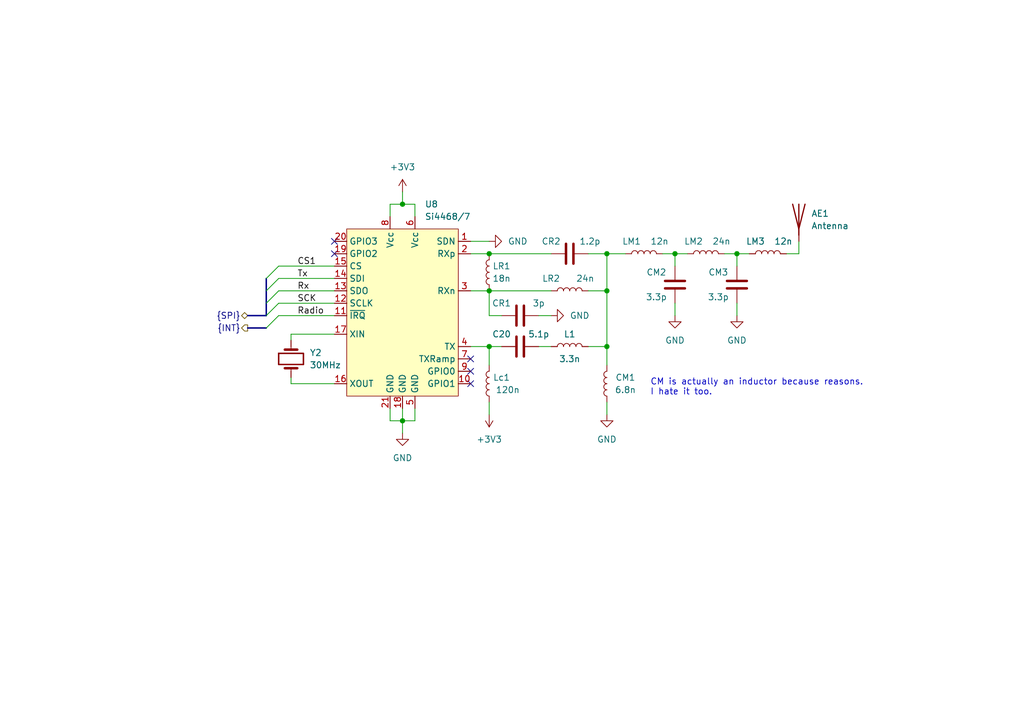
<source format=kicad_sch>
(kicad_sch (version 20211123) (generator eeschema)
  (paper "A5")
  (title_block (title "Pheonix Radio") (comment 1 "2022-10-26 WH"))
  (lib_symbols
    (symbol "Device:Antenna" (pin_numbers hide) (pin_names (offset 1.016) hide)
      (property "Reference" "AE" (at -1.905 1.905 0))
      (property "Value" "Antenna" (at -1.905 0 0))
      (symbol "Antenna_0_1"
        (polyline (pts (xy 0 2.54) (xy 0 -3.81)) (stroke (width 0.254)))
        (polyline (pts (xy 1.27 2.54) (xy 0 -2.54) (xy -1.27 2.54)) (stroke (width 0.254)))
      )
      (symbol "Antenna_1_1"
        (pin input line (at 0 -5.08 90) (length 2.54) (name "A") (number "1"))
      )
    )
    (symbol "Device:C" (pin_numbers hide) (pin_names (offset 0.254))
      (property "Reference" "C" (at 0.635 2.54 0))
      (property "Value" "C" (at 0.635 -2.54 0))
      (symbol "C_0_1"
        (polyline (pts (xy -2.032 -0.762) (xy 2.032 -0.762)) (stroke (width 0.508)))
        (polyline (pts (xy -2.032 0.762) (xy 2.032 0.762)) (stroke (width 0.508)))
      )
      (symbol "C_1_1"
        (pin passive line (at 0 3.81 270) (length 2.794) (name "~") (number "1"))
        (pin passive line (at 0 -3.81 90) (length 2.794) (name "~") (number "2"))
      )
    )
    (symbol "Device:Crystal" (pin_numbers hide) (pin_names (offset 1.016) hide)
      (property "Reference" "Y" (at 0 3.81 0))
      (property "Value" "Crystal" (at 0 -3.81 0))
      (symbol "Crystal_0_1"
        (rectangle (start -1.143 2.54) (end 1.143 -2.54) (stroke (width 0.3048)))
        (polyline (pts (xy -2.54 0) (xy -1.905 0)))
        (polyline (pts (xy -1.905 -1.27) (xy -1.905 1.27)) (stroke (width 0.508)))
        (polyline (pts (xy 1.905 -1.27) (xy 1.905 1.27)) (stroke (width 0.508)))
        (polyline (pts (xy 2.54 0) (xy 1.905 0)))
      )
      (symbol "Crystal_1_1"
        (pin passive line (at -3.81 0 0) (length 1.27) (name "1") (number "1"))
        (pin passive line (at 3.81 0 180) (length 1.27) (name "2") (number "2"))
      )
    )
    (symbol "Device:L" (pin_numbers hide) (pin_names (offset 1.016) hide)
      (property "Reference" "L" (at -1.27 0 90))
      (property "Value" "L" (at 1.905 0 90))
      (symbol "L_0_1"
        (arc (start 0 -2.54) (mid 0.635 -1.905) (end 0 -1.27))
        (arc (start 0 -1.27) (mid 0.635 -0.635) (end 0 0))
        (arc (start 0 0) (mid 0.635 0.635) (end 0 1.27))
        (arc (start 0 1.27) (mid 0.635 1.905) (end 0 2.54))
      )
      (symbol "L_1_1"
        (pin passive line (at 0 3.81 270) (length 1.27) (name "1") (number "1"))
        (pin passive line (at 0 -3.81 90) (length 1.27) (name "2") (number "2"))
      )
    )
    (symbol "YAR_Comms:Si4468{slash}7"
      (property "Reference" "U" (at 0 3.81 0))
      (property "Value" "Si4468{slash}7" (at 0 0 0))
      (symbol "Si4468{slash}7_0_1"
        (rectangle (start -11.43 11.43) (end 11.43 -22.86) (fill (type background)))
      )
      (symbol "Si4468{slash}7_1_1"
        (pin input line (at 13.97 8.89 180) (length 2.54) (name "SDN") (number "1"))
        (pin output line (at 13.97 -20.32 180) (length 2.54) (name "GPIO1") (number "10"))
        (pin output line (at -13.97 -6.35 0) (length 2.54) (name "~{IRQ}") (number "11"))
        (pin input line (at -13.97 -3.81 0) (length 2.54) (name "SCLK") (number "12"))
        (pin output line (at -13.97 -1.27 0) (length 2.54) (name "SDO") (number "13"))
        (pin input line (at -13.97 1.27 0) (length 2.54) (name "SDI") (number "14"))
        (pin input line (at -13.97 3.81 0) (length 2.54) (name "CS") (number "15"))
        (pin output line (at -13.97 -20.32 0) (length 2.54) (name "XOUT") (number "16"))
        (pin output line (at -13.97 -10.16 0) (length 2.54) (name "XIN") (number "17"))
        (pin output line (at 0 -25.4 90) (length 2.54) (name "GND") (number "18"))
        (pin output line (at -13.97 6.35 0) (length 2.54) (name "GPIO2") (number "19"))
        (pin input line (at 13.97 6.35 180) (length 2.54) (name "RXp") (number "2"))
        (pin output line (at -13.97 8.89 0) (length 2.54) (name "GPIO3") (number "20"))
        (pin output line (at -2.54 -25.4 90) (length 2.54) (name "GND") (number "21"))
        (pin input line (at 13.97 -1.27 180) (length 2.54) (name "RXn") (number "3"))
        (pin output line (at 13.97 -12.7 180) (length 2.54) (name "TX") (number "4"))
        (pin output line (at 2.54 -25.4 90) (length 2.54) (name "GND") (number "5"))
        (pin output line (at 2.54 13.97 270) (length 2.54) (name "Vcc") (number "6"))
        (pin output line (at 13.97 -15.24 180) (length 2.54) (name "TXRamp") (number "7"))
        (pin output line (at -2.54 13.97 270) (length 2.54) (name "Vcc") (number "8"))
        (pin output line (at 13.97 -17.78 180) (length 2.54) (name "GPIO0") (number "9"))
      )
    )
    (symbol "power:+3.3V" (power) (pin_names (offset 0))
      (property "Value" "+3.3V" (at 0 3.556 0))
      (symbol "+3.3V_0_1"
        (polyline (pts (xy -0.762 1.27) (xy 0 2.54)))
        (polyline (pts (xy 0 0) (xy 0 2.54)))
        (polyline (pts (xy 0 2.54) (xy 0.762 1.27)))
      )
      (symbol "+3.3V_1_1"
        (pin power_in line (at 0 0 90) (length 0) hide (name "+3V3") (number "1"))
      )
    )
    (symbol "power:GND" (power) (pin_names (offset 0))
      (property "Value" "GND" (at 0 -3.81 0))
      (symbol "GND_0_1"
        (polyline (pts (xy 0 0) (xy 0 -1.27) (xy 1.27 -1.27) (xy 0 -2.54) (xy -1.27 -1.27) (xy 0 -1.27)))
      )
      (symbol "GND_1_1"
        (pin power_in line (at 0 0 270) (length 0) hide (name "GND") (number "1"))
      )
    )
  )
  (junction (at 124.46 71.12))
  (junction (at 82.55 41.91))
  (junction (at 138.43 52.07))
  (junction (at 100.33 59.69))
  (junction (at 124.46 59.69))
  (junction (at 124.46 52.07))
  (junction (at 151.13 52.07))
  (junction (at 100.33 71.12))
  (junction (at 100.33 52.07))
  (junction (at 82.55 86.36))
  (no_connect (at 96.52 78.74))
  (no_connect (at 96.52 76.2))
  (no_connect (at 68.58 52.07))
  (no_connect (at 68.58 49.53))
  (no_connect (at 96.52 73.66))
  (bus_entry (at 54.61 64.77) (size 2.54 -2.54))
  (bus_entry (at 54.61 59.69) (size 2.54 -2.54))
  (bus_entry (at 54.61 57.15) (size 2.54 -2.54))
  (bus_entry (at 54.61 67.31) (size 2.54 -2.54))
  (bus_entry (at 54.61 62.23) (size 2.54 -2.54))
  (wire (pts (xy 57.15 54.61) (xy 68.58 54.61)))
  (wire (pts (xy 96.52 49.53) (xy 100.33 49.53)))
  (bus (pts (xy 54.61 59.69) (xy 54.61 62.23)))
  (wire (pts (xy 68.58 68.58) (xy 59.69 68.58)))
  (wire (pts (xy 120.65 71.12) (xy 124.46 71.12)))
  (wire (pts (xy 100.33 52.07) (xy 113.03 52.07)))
  (wire (pts (xy 85.09 41.91) (xy 85.09 44.45)))
  (wire (pts (xy 148.59 52.07) (xy 151.13 52.07)))
  (wire (pts (xy 80.01 41.91) (xy 82.55 41.91)))
  (wire (pts (xy 82.55 41.91) (xy 85.09 41.91)))
  (wire (pts (xy 59.69 77.47) (xy 59.69 78.74)))
  (wire (pts (xy 82.55 39.37) (xy 82.55 41.91)))
  (wire (pts (xy 124.46 71.12) (xy 124.46 74.93)))
  (wire (pts (xy 120.65 59.69) (xy 124.46 59.69)))
  (wire (pts (xy 138.43 52.07) (xy 140.97 52.07)))
  (wire (pts (xy 80.01 44.45) (xy 80.01 41.91)))
  (wire (pts (xy 100.33 59.69) (xy 100.33 64.77)))
  (wire (pts (xy 96.52 59.69) (xy 100.33 59.69)))
  (wire (pts (xy 100.33 71.12) (xy 102.87 71.12)))
  (bus (pts (xy 54.61 57.15) (xy 54.61 59.69)))
  (wire (pts (xy 138.43 62.23) (xy 138.43 64.77)))
  (wire (pts (xy 124.46 59.69) (xy 124.46 71.12)))
  (bus (pts (xy 54.61 62.23) (xy 54.61 64.77)))
  (wire (pts (xy 82.55 86.36) (xy 82.55 83.82)))
  (wire (pts (xy 80.01 83.82) (xy 80.01 86.36)))
  (wire (pts (xy 100.33 59.69) (xy 113.03 59.69)))
  (wire (pts (xy 120.65 52.07) (xy 124.46 52.07)))
  (wire (pts (xy 82.55 86.36) (xy 85.09 86.36)))
  (wire (pts (xy 163.83 52.07) (xy 163.83 49.53)))
  (wire (pts (xy 110.49 64.77) (xy 113.03 64.77)))
  (wire (pts (xy 59.69 68.58) (xy 59.69 69.85)))
  (wire (pts (xy 151.13 52.07) (xy 153.67 52.07)))
  (wire (pts (xy 161.29 52.07) (xy 163.83 52.07)))
  (wire (pts (xy 151.13 52.07) (xy 151.13 54.61)))
  (bus (pts (xy 50.8 64.77) (xy 54.61 64.77)))
  (wire (pts (xy 110.49 71.12) (xy 113.03 71.12)))
  (wire (pts (xy 100.33 74.93) (xy 100.33 71.12)))
  (wire (pts (xy 57.15 59.69) (xy 68.58 59.69)))
  (wire (pts (xy 124.46 52.07) (xy 124.46 59.69)))
  (wire (pts (xy 96.52 52.07) (xy 100.33 52.07)))
  (wire (pts (xy 151.13 62.23) (xy 151.13 64.77)))
  (wire (pts (xy 57.15 57.15) (xy 68.58 57.15)))
  (wire (pts (xy 100.33 82.55) (xy 100.33 85.09)))
  (wire (pts (xy 96.52 71.12) (xy 100.33 71.12)))
  (wire (pts (xy 57.15 64.77) (xy 68.58 64.77)))
  (wire (pts (xy 135.89 52.07) (xy 138.43 52.07)))
  (wire (pts (xy 59.69 78.74) (xy 68.58 78.74)))
  (wire (pts (xy 124.46 52.07) (xy 128.27 52.07)))
  (bus (pts (xy 50.8 67.31) (xy 54.61 67.31)))
  (wire (pts (xy 100.33 64.77) (xy 102.87 64.77)))
  (wire (pts (xy 57.15 62.23) (xy 68.58 62.23)))
  (wire (pts (xy 124.46 82.55) (xy 124.46 85.09)))
  (wire (pts (xy 138.43 52.07) (xy 138.43 54.61)))
  (wire (pts (xy 82.55 86.36) (xy 82.55 88.9)))
  (wire (pts (xy 80.01 86.36) (xy 82.55 86.36)))
  (wire (pts (xy 85.09 86.36) (xy 85.09 83.82)))
  (text "CM is actually an inductor because reasons.\nI hate it too." (at 133.35 81.28 0) (effects (font (size 1.27 1.27)) (justify left bottom)))
  (label "Radio" (at 60.96 64.77 0))
  (label "CS1" (at 60.96 54.61 0))
  (label "Rx" (at 60.96 59.69 0))
  (label "SCK" (at 60.96 62.23 0))
  (label "Tx" (at 60.96 57.15 0))
  (hierarchical_label "{SPI}" (shape bidirectional) (at 50.8 64.77 180))
  (hierarchical_label "{INT}" (shape output) (at 50.8 67.31 180))
  (symbol (lib_id "Device:Antenna") (at 163.83 44.45 0) (unit 1)
    (property "Reference" "AE1" (at 166.37 43.8149 0) (effects (justify left)))
    (property "Value" "Antenna" (at 166.37 46.3549 0) (effects (justify left)))
    (property "Footprint" "Connector_Coaxial:SMA_Molex_73251-2200_Horizontal" (effects hide))
  )
  (symbol (lib_id "Device:L") (at 144.78 52.07 270) (mirror x) (unit 1)
    (property "Reference" "LM2" (at 142.24 49.53 90))
    (property "Value" "24n" (at 149.86 49.53 90) (effects (justify right)))
  )
  (symbol (lib_id "Device:C") (at 106.68 64.77 90) (mirror x) (unit 1)
    (property "Reference" "CR1" (at 102.87 62.23 90))
    (property "Value" "3p" (at 110.49 62.23 90))
  )
  (symbol (lib_id "power:GND") (at 100.33 49.53 90) (unit 1)
    (property "Reference" "#PWR045" (effects hide))
    (property "Value" "GND" (at 104.14 49.5299 90) (effects (justify right)))
  )
  (symbol (lib_id "Device:L") (at 100.33 78.74 180) (unit 1)
    (property "Reference" "Lc1" (at 102.87 77.47 0))
    (property "Value" "120n" (at 104.14 80.01 0))
  )
  (symbol (lib_id "Device:L") (at 116.84 71.12 90) (unit 1)
    (property "Reference" "L1" (at 116.84 68.58 90))
    (property "Value" "3.3n" (at 116.84 73.66 90))
  )
  (symbol (lib_id "Device:L") (at 116.84 59.69 270) (mirror x) (unit 1)
    (property "Reference" "LR2" (at 113.03 57.15 90))
    (property "Value" "24n" (at 121.92 57.15 90) (effects (justify right)))
  )
  (symbol (lib_id "power:GND") (at 151.13 64.77 0) (unit 1)
    (property "Reference" "#PWR050" (effects hide))
    (property "Value" "GND" (at 151.13 69.85 0))
  )
  (symbol (lib_id "Device:L") (at 100.33 55.88 180) (unit 1)
    (property "Reference" "LR1" (at 102.87 54.61 0))
    (property "Value" "18n" (at 102.87 57.15 0))
  )
  (symbol (lib_id "Device:L") (at 157.48 52.07 270) (mirror x) (unit 1)
    (property "Reference" "LM3" (at 154.94 49.53 90))
    (property "Value" "12n" (at 162.56 49.53 90) (effects (justify right)))
  )
  (symbol (lib_id "Device:C") (at 106.68 71.12 270) (mirror x) (unit 1)
    (property "Reference" "C20" (at 102.87 68.58 90))
    (property "Value" "5.1p" (at 110.49 68.58 90))
  )
  (symbol (lib_id "Device:Crystal") (at 59.69 73.66 90) (unit 1)
    (property "Reference" "Y2" (at 63.5 72.3899 90) (effects (justify right)))
    (property "Value" "30MHz" (at 63.5 74.9299 90) (effects (justify right)))
  )
  (symbol (lib_id "Device:L") (at 124.46 78.74 180) (unit 1)
    (property "Reference" "CM1" (at 128.27 77.47 0))
    (property "Value" "6.8n" (at 128.27 80.01 0))
  )
  (symbol (lib_id "power:GND") (at 138.43 64.77 0) (unit 1)
    (property "Reference" "#PWR049" (effects hide))
    (property "Value" "GND" (at 138.43 69.85 0))
  )
  (symbol (lib_id "power:+3.3V") (at 82.55 39.37 0) (unit 1)
    (property "Reference" "#PWR043" (effects hide))
    (property "Value" "+3.3V" (at 82.55 34.29 0))
  )
  (symbol (lib_id "Device:L") (at 132.08 52.07 270) (mirror x) (unit 1)
    (property "Reference" "LM1" (at 129.54 49.53 90))
    (property "Value" "12n" (at 137.16 49.53 90) (effects (justify right)))
  )
  (symbol (lib_id "Device:C") (at 138.43 58.42 0) (mirror y) (unit 1)
    (property "Reference" "CM2" (at 134.62 55.88 0))
    (property "Value" "3.3p" (at 134.62 60.96 0))
  )
  (symbol (lib_id "power:GND") (at 124.46 85.09 0) (unit 1)
    (property "Reference" "#PWR048" (effects hide))
    (property "Value" "GND" (at 124.46 90.17 0))
  )
  (symbol (lib_id "Device:C") (at 151.13 58.42 0) (mirror y) (unit 1)
    (property "Reference" "CM3" (at 147.32 55.88 0))
    (property "Value" "3.3p" (at 147.32 60.96 0))
  )
  (symbol (lib_id "power:+3.3V") (at 100.33 85.09 180) (unit 1)
    (property "Reference" "#PWR046" (effects hide))
    (property "Value" "+3.3V" (at 100.33 90.17 0))
  )
  (symbol (lib_id "Device:C") (at 116.84 52.07 90) (mirror x) (unit 1)
    (property "Reference" "CR2" (at 113.03 49.53 90))
    (property "Value" "1.2p" (at 123.19 49.53 90) (effects (justify left)))
  )
  (symbol (lib_id "YAR_Comms:Si4468{slash}7") (at 82.55 58.42 0) (unit 1)
    (property "Reference" "U8" (at 87.1094 41.91 0) (effects (justify left)))
    (property "Value" "Si4468/7" (at 87.1094 44.45 0) (effects (justify left)))
  )
  (symbol (lib_id "power:GND") (at 82.55 88.9 0) (unit 1)
    (property "Reference" "#PWR044" (effects hide))
    (property "Value" "GND" (at 82.55 93.98 0))
  )
  (symbol (lib_id "power:GND") (at 113.03 64.77 90) (unit 1)
    (property "Reference" "#PWR047" (effects hide))
    (property "Value" "GND" (at 116.84 64.7699 90) (effects (justify right)))
  )
)
</source>
